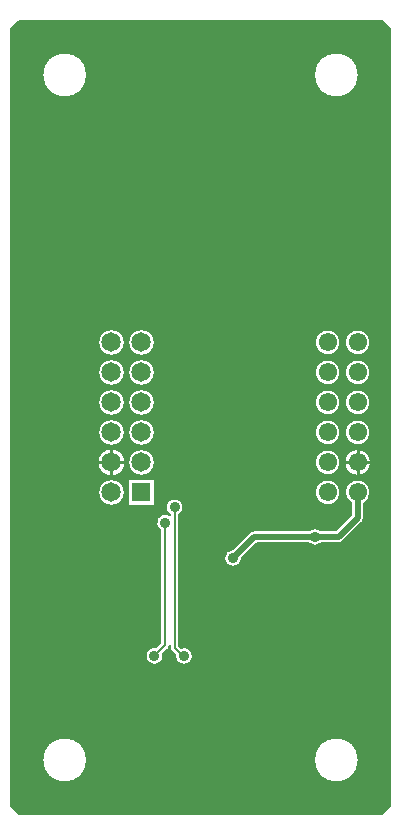
<source format=gbr>
G04 DesignSpark PCB PRO Gerber Version 10.0 Build 5299*
G04 #@! TF.Part,Single*
G04 #@! TF.FileFunction,Copper,L2,Bot*
G04 #@! TF.FilePolarity,Positive*
%FSLAX35Y35*%
%MOIN*%
G04 #@! TA.AperFunction,ComponentPad*
%ADD21R,0.06496X0.06496*%
G04 #@! TD.AperFunction*
%ADD18C,0.00787*%
%ADD19C,0.01000*%
%ADD71C,0.01969*%
G04 #@! TA.AperFunction,ViaPad*
%ADD70C,0.03543*%
G04 #@! TA.AperFunction,ComponentPad*
%ADD20C,0.06102*%
%ADD22C,0.06496*%
G04 #@! TD.AperFunction*
X0Y0D02*
D02*
D18*
X9974Y267741D02*
Y8637D01*
X12574Y6037D01*
X133883D01*
X136482Y8637D01*
Y267741D01*
X133883Y270341D01*
X12574D01*
X9974Y267741D01*
X20472Y24016D02*
G75*
G02*
X35433I7480J0D01*
G01*
G75*
G02*
X20472I-7480J0D01*
G01*
Y252362D02*
G75*
G02*
X35433I7480J0D01*
G01*
G75*
G02*
X20472I-7480J0D01*
G01*
X38902Y123189D02*
G75*
G02*
X48185I4642J0D01*
G01*
G75*
G02*
X38902I-4642J0D01*
G01*
X39114Y113189D02*
G75*
G02*
X47972I4429J0D01*
G01*
G75*
G02*
X39114I-4429J0D01*
G01*
Y133189D02*
G75*
G02*
X47972I4429J0D01*
G01*
G75*
G02*
X39114I-4429J0D01*
G01*
Y143189D02*
G75*
G02*
X47972I4429J0D01*
G01*
G75*
G02*
X39114I-4429J0D01*
G01*
Y153189D02*
G75*
G02*
X47972I4429J0D01*
G01*
G75*
G02*
X39114I-4429J0D01*
G01*
Y163189D02*
G75*
G02*
X47972I4429J0D01*
G01*
G75*
G02*
X39114I-4429J0D01*
G01*
X49114Y117618D02*
X57972D01*
Y108760D01*
X49114D01*
Y117618D01*
X66757Y61454D02*
G75*
G02*
X70669Y58661I959J-2793D01*
G01*
G75*
G02*
X64764I-2953J0D01*
G01*
G75*
G02*
X64781Y58976I2952J-1D01*
G01*
X63454Y60304D01*
G75*
G02*
X62992Y61417I1113J1114D01*
G01*
Y62205D01*
G75*
G02*
X62531Y61091I-1575J0D01*
G01*
X60754Y59314D01*
G75*
G02*
X60827Y58661I-2880J-652D01*
G01*
G75*
G02*
X54921I-2953J0D01*
G01*
G75*
G02*
X58527Y61541I2953J0D01*
G01*
X59843Y62857D01*
Y100652D01*
G75*
G02*
X62992Y105647I1575J2498D01*
G01*
Y105770D01*
G75*
G02*
X61614Y108268I1575J2498D01*
G01*
G75*
G02*
X67520I2953J0D01*
G01*
G75*
G02*
X66142Y105770I-2953J0D01*
G01*
Y62070D01*
X66757Y61454D01*
X49114Y123189D02*
G75*
G02*
X57972I4429J0D01*
G01*
G75*
G02*
X49114I-4429J0D01*
G01*
Y133189D02*
G75*
G02*
X57972I4429J0D01*
G01*
G75*
G02*
X49114I-4429J0D01*
G01*
Y143189D02*
G75*
G02*
X57972I4429J0D01*
G01*
G75*
G02*
X49114I-4429J0D01*
G01*
Y153189D02*
G75*
G02*
X57972I4429J0D01*
G01*
G75*
G02*
X49114I-4429J0D01*
G01*
Y163189D02*
G75*
G02*
X57972I4429J0D01*
G01*
G75*
G02*
X49114I-4429J0D01*
G01*
X121358Y113189D02*
G75*
G02*
X129823I4232J0D01*
G01*
G75*
G02*
X127756Y109553I-4232J0D01*
G01*
Y104724D01*
G75*
G02*
X127122Y103193I-2165J0D01*
G01*
X120779Y96851D01*
G75*
G02*
X119246Y96217I-1531J1531D01*
G01*
X113425D01*
G75*
G02*
X109364Y96260I-2007J2165D01*
G01*
X92039D01*
X87006Y91227D01*
G75*
G02*
X81102Y91339I-2951J112D01*
G01*
G75*
G02*
X83943Y94289I2953J0D01*
G01*
X89611Y99956D01*
G75*
G02*
X91144Y100591I1531J-1531D01*
G01*
X109457D01*
G75*
G02*
X113425Y100547I1960J-2209D01*
G01*
X118351D01*
X123425Y105621D01*
Y109553D01*
G75*
G02*
X121358Y113189I2165J3636D01*
G01*
X111024Y24016D02*
G75*
G02*
X125984I7480J0D01*
G01*
G75*
G02*
X111024I-7480J0D01*
G01*
Y252362D02*
G75*
G02*
X125984I7480J0D01*
G01*
G75*
G02*
X111024I-7480J0D01*
G01*
X111358Y113189D02*
G75*
G02*
X119823I4232J0D01*
G01*
G75*
G02*
X111358I-4232J0D01*
G01*
Y123189D02*
G75*
G02*
X119823I4232J0D01*
G01*
G75*
G02*
X111358I-4232J0D01*
G01*
Y133189D02*
G75*
G02*
X119823I4232J0D01*
G01*
G75*
G02*
X111358I-4232J0D01*
G01*
Y143189D02*
G75*
G02*
X119823I4232J0D01*
G01*
G75*
G02*
X111358I-4232J0D01*
G01*
Y153189D02*
G75*
G02*
X119823I4232J0D01*
G01*
G75*
G02*
X111358I-4232J0D01*
G01*
Y163189D02*
G75*
G02*
X119823I4232J0D01*
G01*
G75*
G02*
X111358I-4232J0D01*
G01*
X121146Y123189D02*
G75*
G02*
X130035I4445J0D01*
G01*
G75*
G02*
X121146I-4445J0D01*
G01*
X121358Y133189D02*
G75*
G02*
X129823I4232J0D01*
G01*
G75*
G02*
X121358I-4232J0D01*
G01*
Y143189D02*
G75*
G02*
X129823I4232J0D01*
G01*
G75*
G02*
X121358I-4232J0D01*
G01*
Y153189D02*
G75*
G02*
X129823I4232J0D01*
G01*
G75*
G02*
X121358I-4232J0D01*
G01*
Y163189D02*
G75*
G02*
X129823I4232J0D01*
G01*
G75*
G02*
X121358I-4232J0D01*
G01*
X10368Y24016D02*
G36*
X10368Y24016D02*
Y8243D01*
X12180Y6431D01*
X134276D01*
X136089Y8243D01*
Y24016D01*
X125984D01*
G75*
G02*
X111024I-7480J0D01*
G01*
X35433D01*
G75*
G02*
X20472I-7480J0D01*
G01*
X10368D01*
G37*
Y83465D02*
G36*
X10368Y83465D02*
Y24016D01*
X20472D01*
G75*
G02*
X35433I7480J0D01*
G01*
X111024D01*
G75*
G02*
X125984I7480J0D01*
G01*
X136089D01*
Y83465D01*
X66142D01*
Y62070D01*
X66757Y61454D01*
G75*
G02*
X70669Y58661I959J-2793D01*
G01*
G75*
G02*
X64764I-2953J0D01*
G01*
G75*
G02*
X64781Y58976I2999J-3D01*
G01*
X63454Y60304D01*
G75*
G02*
X62992Y61417I1114J1114D01*
G01*
Y62205D01*
G75*
G02*
X62531Y61091I-1575J0D01*
G01*
X60754Y59314D01*
G75*
G02*
X60827Y58664I-2865J-650D01*
G01*
G75*
G02*
Y58661I-3096J-1D01*
G01*
G75*
G02*
X54921I-2953J0D01*
G01*
G75*
G02*
X58527Y61541I2953J0D01*
G01*
X59843Y62857D01*
Y83465D01*
X10368D01*
G37*
Y113189D02*
G36*
X10368Y113189D02*
Y83465D01*
X59843D01*
Y100652D01*
G75*
G02*
X58465Y103150I1575J2498D01*
G01*
G75*
G02*
X62992Y105647I2953J0D01*
G01*
Y105770D01*
G75*
G02*
X61614Y108267I1574J2497D01*
G01*
Y108268D01*
G75*
G02*
X67520I2953J0D01*
G01*
Y108267D01*
G75*
G02*
X66142Y105770I-2952J0D01*
G01*
Y83465D01*
X136089D01*
Y113189D01*
X129823D01*
Y113189D01*
G75*
G02*
X127756Y109553I-4231J0D01*
G01*
Y104724D01*
G75*
G02*
X127122Y103193I-2166J0D01*
G01*
X120779Y96851D01*
G75*
G02*
X119246Y96217I-1532J1533D01*
G01*
X113425D01*
G75*
G02*
X109364Y96260I-2007J2165D01*
G01*
X92039D01*
X87006Y91227D01*
G75*
G02*
X81102Y91339I-2951J112D01*
G01*
G75*
G02*
X83943Y94289I2953J0D01*
G01*
X89611Y99956D01*
G75*
G02*
X91144Y100591I1532J-1533D01*
G01*
X109457D01*
G75*
G02*
X113425Y100547I1960J-2208D01*
G01*
X118351D01*
X123425Y105621D01*
Y109553D01*
G75*
G02*
X121358Y113189I2165J3636D01*
G01*
Y113189D01*
X119823D01*
G75*
G02*
X111358I-4232J0D01*
G01*
X57972D01*
Y108760D01*
X49114D01*
Y113189D01*
X47972D01*
G75*
G02*
X39114I-4429J0D01*
G01*
X10368D01*
G37*
Y123189D02*
G36*
X10368Y123189D02*
Y113189D01*
X39114D01*
G75*
G02*
X47972I4429J0D01*
G01*
X49114D01*
Y117618D01*
X57972D01*
Y113189D01*
X111358D01*
G75*
G02*
X119823I4232J0D01*
G01*
X121358D01*
G75*
G02*
X129823I4232J0D01*
G01*
X136089D01*
Y123189D01*
X130035D01*
G75*
G02*
X121146I-4445J0D01*
G01*
X119823D01*
G75*
G02*
X111358I-4232J0D01*
G01*
X57972D01*
G75*
G02*
X49114I-4429J0D01*
G01*
X48185D01*
G75*
G02*
X38902I-4642J0D01*
G01*
X10368D01*
G37*
Y133189D02*
G36*
X10368Y133189D02*
Y123189D01*
X38902D01*
G75*
G02*
X48185I4642J0D01*
G01*
X49114D01*
G75*
G02*
X57972I4429J0D01*
G01*
X111358D01*
G75*
G02*
X119823I4232J0D01*
G01*
X121146D01*
G75*
G02*
X130035I4445J0D01*
G01*
X136089D01*
Y133189D01*
X129823D01*
G75*
G02*
X121358I-4232J0D01*
G01*
X119823D01*
G75*
G02*
X111358I-4232J0D01*
G01*
X57972D01*
G75*
G02*
X49114I-4429J0D01*
G01*
X47972D01*
G75*
G02*
X39114I-4429J0D01*
G01*
X10368D01*
G37*
Y143189D02*
G36*
X10368Y143189D02*
Y133189D01*
X39114D01*
G75*
G02*
X47972I4429J0D01*
G01*
X49114D01*
G75*
G02*
X57972I4429J0D01*
G01*
X111358D01*
G75*
G02*
X119823I4232J0D01*
G01*
X121358D01*
G75*
G02*
X129823I4232J0D01*
G01*
X136089D01*
Y143189D01*
X129823D01*
G75*
G02*
X121358I-4232J0D01*
G01*
X119823D01*
G75*
G02*
X111358I-4232J0D01*
G01*
X57972D01*
G75*
G02*
X49114I-4429J0D01*
G01*
X47972D01*
G75*
G02*
X39114I-4429J0D01*
G01*
X10368D01*
G37*
Y153189D02*
G36*
X10368Y153189D02*
Y143189D01*
X39114D01*
G75*
G02*
X47972I4429J0D01*
G01*
X49114D01*
G75*
G02*
X57972I4429J0D01*
G01*
X111358D01*
G75*
G02*
X119823I4232J0D01*
G01*
X121358D01*
G75*
G02*
X129823I4232J0D01*
G01*
X136089D01*
Y153189D01*
X129823D01*
G75*
G02*
X121358I-4232J0D01*
G01*
X119823D01*
G75*
G02*
X111358I-4232J0D01*
G01*
X57972D01*
G75*
G02*
X49114I-4429J0D01*
G01*
X47972D01*
G75*
G02*
X39114I-4429J0D01*
G01*
X10368D01*
G37*
Y163189D02*
G36*
X10368Y163189D02*
Y153189D01*
X39114D01*
G75*
G02*
X47972I4429J0D01*
G01*
X49114D01*
G75*
G02*
X57972I4429J0D01*
G01*
X111358D01*
G75*
G02*
X119823I4232J0D01*
G01*
X121358D01*
G75*
G02*
X129823I4232J0D01*
G01*
X136089D01*
Y163189D01*
X129823D01*
G75*
G02*
X121358I-4232J0D01*
G01*
X119823D01*
G75*
G02*
X111358I-4232J0D01*
G01*
X57972D01*
G75*
G02*
X49114I-4429J0D01*
G01*
X47972D01*
G75*
G02*
X39114I-4429J0D01*
G01*
X10368D01*
G37*
Y252362D02*
G36*
X10368Y252362D02*
Y163189D01*
X39114D01*
G75*
G02*
X47972I4429J0D01*
G01*
X49114D01*
G75*
G02*
X57972I4429J0D01*
G01*
X111358D01*
G75*
G02*
X119823I4232J0D01*
G01*
X121358D01*
G75*
G02*
X129823I4232J0D01*
G01*
X136089D01*
Y252362D01*
X125984D01*
G75*
G02*
X111024I-7480J0D01*
G01*
X35433D01*
G75*
G02*
X20472I-7480J0D01*
G01*
X10368D01*
G37*
Y268135D02*
G36*
X10368Y268135D02*
Y252362D01*
X20472D01*
G75*
G02*
X35433I7480J0D01*
G01*
X111024D01*
G75*
G02*
X125984I7480J0D01*
G01*
X136089D01*
Y268135D01*
X134276Y269947D01*
X12180D01*
X10368Y268135D01*
G37*
X57874Y58661D02*
X61417Y62205D01*
Y103150D01*
X67717Y58661D02*
X67323D01*
X64567Y61417D01*
Y108268D01*
D02*
D19*
X40795Y123189D02*
X38795D01*
X43543Y120441D02*
Y118441D01*
Y125937D02*
Y127937D01*
X46291Y123189D02*
X48291D01*
X123039D02*
X121039D01*
X125591Y120638D02*
Y118638D01*
Y125740D02*
Y127740D01*
X128142Y123189D02*
X130142D01*
D02*
D70*
X25984Y165748D03*
X26378Y126378D03*
X31102Y205118D03*
X34252Y13189D03*
Y47638D03*
Y87008D03*
X57874Y58661D03*
Y84646D03*
X59449Y205118D03*
X60236Y244488D03*
X61417Y103150D03*
X64567Y108268D03*
X67717Y58661D03*
X69291Y142520D03*
X77559Y104331D03*
X84055Y91339D03*
X85433Y205118D03*
X86220Y47638D03*
Y126378D03*
Y244488D03*
X98425Y104331D03*
X100787Y142520D03*
X101969Y74803D03*
X111417Y98382D03*
Y205118D03*
X112205Y12598D03*
Y47638D03*
Y87008D03*
X120669Y67323D03*
X122835Y79528D03*
X125591Y171654D03*
D02*
D71*
X84055Y91339D02*
X91142Y98425D01*
X111374D01*
X111417Y98382D01*
X119248D01*
X125591Y104724D01*
Y113189D01*
D02*
D20*
X115591D03*
Y123189D03*
Y133189D03*
Y143189D03*
Y153189D03*
Y163189D03*
X125591Y113189D03*
Y123189D03*
Y133189D03*
Y143189D03*
Y153189D03*
Y163189D03*
D02*
D21*
X53543Y113189D03*
D02*
D22*
X43543D03*
Y123189D03*
Y133189D03*
Y143189D03*
Y153189D03*
Y163189D03*
X53543Y123189D03*
Y133189D03*
Y143189D03*
Y153189D03*
Y163189D03*
X0Y0D02*
M02*

</source>
